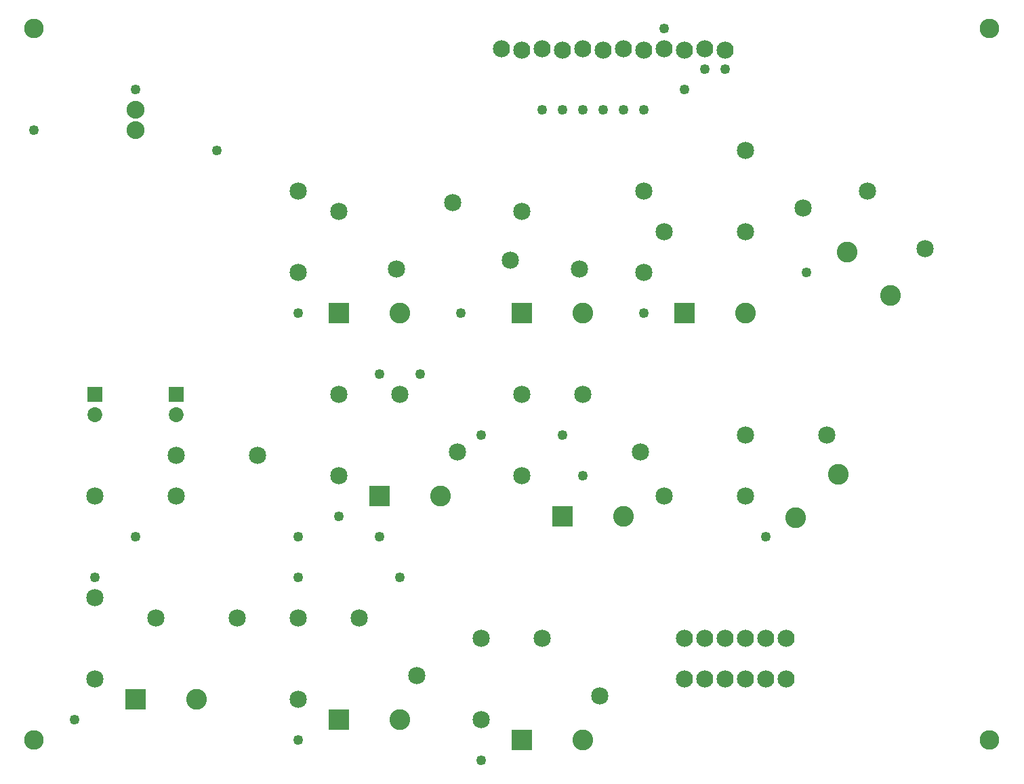
<source format=gbs>
G04 MADE WITH FRITZING*
G04 WWW.FRITZING.ORG*
G04 DOUBLE SIDED*
G04 HOLES PLATED*
G04 CONTOUR ON CENTER OF CONTOUR VECTOR*
%ASAXBY*%
%FSLAX23Y23*%
%MOIN*%
%OFA0B0*%
%SFA1.0B1.0*%
%ADD10C,0.072992*%
%ADD11C,0.084000*%
%ADD12C,0.088000*%
%ADD13C,0.085000*%
%ADD14C,0.102000*%
%ADD15C,0.049370*%
%ADD16C,0.096614*%
%ADD17R,0.072992X0.072992*%
%ADD18R,0.102000X0.102000*%
%ADD19C,0.030000*%
%LNMASK0*%
G90*
G70*
G54D10*
X872Y1877D03*
X872Y1778D03*
X472Y1877D03*
X472Y1778D03*
G54D11*
X2472Y3578D03*
X2572Y3570D03*
X2672Y3578D03*
X2772Y3570D03*
X2872Y3578D03*
X2972Y3570D03*
X3072Y3578D03*
X3172Y3570D03*
X3272Y3578D03*
X3372Y3570D03*
X3472Y3578D03*
X3572Y3570D03*
G54D12*
X672Y3278D03*
X672Y3178D03*
G54D13*
X872Y1578D03*
X1272Y1578D03*
X472Y1378D03*
X872Y1378D03*
X472Y878D03*
X472Y478D03*
X3672Y1678D03*
X4072Y1678D03*
X2872Y1878D03*
X3155Y1595D03*
X772Y778D03*
X1172Y778D03*
X2372Y678D03*
X2372Y278D03*
X1472Y778D03*
X1472Y378D03*
X2672Y678D03*
X2955Y395D03*
X1772Y778D03*
X2055Y495D03*
X2572Y1878D03*
X2572Y1478D03*
X3272Y1378D03*
X3672Y1378D03*
X2572Y2778D03*
X2855Y2495D03*
X3172Y2878D03*
X3172Y2478D03*
X2231Y2820D03*
X2513Y2537D03*
X1472Y2878D03*
X1472Y2478D03*
X1672Y2778D03*
X1955Y2495D03*
X1972Y1878D03*
X2255Y1595D03*
X1672Y1878D03*
X1672Y1478D03*
X4272Y2878D03*
X4555Y2595D03*
X3272Y2678D03*
X3672Y2678D03*
X3672Y3078D03*
X3955Y2795D03*
G54D14*
X672Y378D03*
X972Y378D03*
X1672Y278D03*
X1972Y278D03*
X2572Y178D03*
X2872Y178D03*
X3916Y1272D03*
X4128Y1484D03*
X2772Y1278D03*
X3072Y1278D03*
X1672Y2278D03*
X1972Y2278D03*
X3372Y2278D03*
X3672Y2278D03*
X2572Y2278D03*
X2872Y2278D03*
X4172Y2578D03*
X4384Y2366D03*
X1872Y1378D03*
X2172Y1378D03*
G54D15*
X2672Y3278D03*
X1472Y2278D03*
X2772Y3278D03*
X2272Y2278D03*
X2872Y3278D03*
X3172Y2278D03*
X2972Y3278D03*
X3972Y2478D03*
X1872Y1978D03*
X1072Y3078D03*
X3072Y3278D03*
X1672Y1278D03*
X2772Y1678D03*
X2372Y1678D03*
X2072Y1978D03*
X3172Y3278D03*
X2872Y1478D03*
X672Y3378D03*
X172Y3178D03*
X472Y978D03*
X672Y1178D03*
X372Y278D03*
X3372Y3378D03*
X3472Y3478D03*
X3572Y3478D03*
X3772Y1178D03*
X3272Y3678D03*
X1472Y978D03*
X1472Y1178D03*
X1472Y178D03*
X2372Y78D03*
X1972Y978D03*
X1872Y1178D03*
G54D11*
X3372Y478D03*
X3472Y478D03*
X3572Y478D03*
X3672Y478D03*
X3772Y478D03*
X3872Y478D03*
X3372Y678D03*
X3472Y678D03*
X3572Y678D03*
X3672Y678D03*
X3772Y678D03*
X3872Y678D03*
G54D16*
X4872Y3678D03*
X172Y3678D03*
X172Y178D03*
X4872Y178D03*
G54D17*
X872Y1877D03*
X472Y1877D03*
G54D18*
X672Y378D03*
X1672Y278D03*
X2572Y178D03*
X2772Y1278D03*
X1672Y2278D03*
X3372Y2278D03*
X2572Y2278D03*
X1872Y1378D03*
G54D19*
G36*
X3916Y1323D02*
X3967Y1272D01*
X3916Y1221D01*
X3865Y1272D01*
X3916Y1323D01*
G37*
D02*
G36*
X4223Y2578D02*
X4172Y2527D01*
X4121Y2578D01*
X4172Y2629D01*
X4223Y2578D01*
G37*
D02*
G04 End of Mask0*
M02*
</source>
